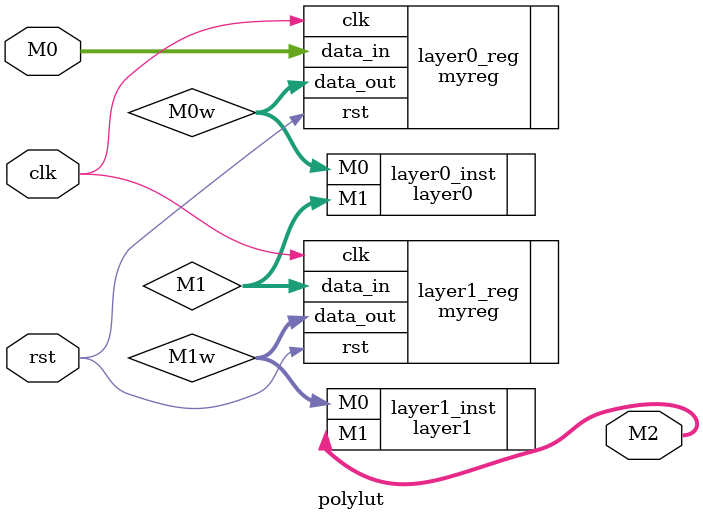
<source format=v>
module polylut (input [63:0] M0, input clk, input rst, output[19:0] M2);
wire [63:0] M0w;
myreg #(.DataWidth(64)) layer0_reg (.data_in(M0), .clk(clk), .rst(rst), .data_out(M0w));
wire [127:0] M1;
layer0 layer0_inst (.M0(M0w), .M1(M1));
wire [127:0] M1w;
myreg #(.DataWidth(128)) layer1_reg (.data_in(M1), .clk(clk), .rst(rst), .data_out(M1w));
layer1 layer1_inst (.M0(M1w), .M1(M2));

endmodule

</source>
